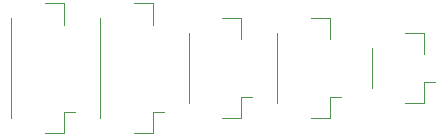
<source format=gto>
G04 #@! TF.GenerationSoftware,KiCad,Pcbnew,(5.1.5)-3*
G04 #@! TF.CreationDate,2021-10-17T15:32:45-07:00*
G04 #@! TF.ProjectId,uav_gps_i2c_breakout,7561765f-6770-4735-9f69-32635f627265,rev?*
G04 #@! TF.SameCoordinates,Original*
G04 #@! TF.FileFunction,Legend,Top*
G04 #@! TF.FilePolarity,Positive*
%FSLAX46Y46*%
G04 Gerber Fmt 4.6, Leading zero omitted, Abs format (unit mm)*
G04 Created by KiCad (PCBNEW (5.1.5)-3) date 2021-10-17 15:32:45*
%MOMM*%
%LPD*%
G04 APERTURE LIST*
%ADD10C,0.120000*%
%ADD11C,0.100000*%
G04 APERTURE END LIST*
D10*
X184390000Y-79215000D02*
X184390000Y-70785000D01*
X188860000Y-69515000D02*
X188860000Y-71315000D01*
X187260000Y-69515000D02*
X188860000Y-69515000D01*
X188860000Y-78685000D02*
X189800000Y-78685000D01*
X188860000Y-80485000D02*
X188860000Y-78685000D01*
X187260000Y-80485000D02*
X188860000Y-80485000D01*
X176890000Y-79215000D02*
X176890000Y-70785000D01*
X181360000Y-69515000D02*
X181360000Y-71315000D01*
X179760000Y-69515000D02*
X181360000Y-69515000D01*
X181360000Y-78685000D02*
X182300000Y-78685000D01*
X181360000Y-80485000D02*
X181360000Y-78685000D01*
X179760000Y-80485000D02*
X181360000Y-80485000D01*
X199390000Y-77965000D02*
X199390000Y-72035000D01*
X203860000Y-70765000D02*
X203860000Y-72565000D01*
X202260000Y-70765000D02*
X203860000Y-70765000D01*
X203860000Y-77435000D02*
X204800000Y-77435000D01*
X203860000Y-79235000D02*
X203860000Y-77435000D01*
X202260000Y-79235000D02*
X203860000Y-79235000D01*
X191890000Y-77965000D02*
X191890000Y-72035000D01*
X196360000Y-70765000D02*
X196360000Y-72565000D01*
X194760000Y-70765000D02*
X196360000Y-70765000D01*
X196360000Y-77435000D02*
X197300000Y-77435000D01*
X196360000Y-79235000D02*
X196360000Y-77435000D01*
X194760000Y-79235000D02*
X196360000Y-79235000D01*
X207390000Y-76715000D02*
X207390000Y-73285000D01*
X211860000Y-72015000D02*
X211860000Y-73815000D01*
X210260000Y-72015000D02*
X211860000Y-72015000D01*
X211860000Y-76185000D02*
X212800000Y-76185000D01*
X211860000Y-77985000D02*
X211860000Y-76185000D01*
X210260000Y-77985000D02*
X211860000Y-77985000D01*
%LPC*%
D11*
G36*
X186802504Y-69475327D02*
G01*
X186829247Y-69479294D01*
X186855473Y-69485863D01*
X186880929Y-69494971D01*
X186905370Y-69506531D01*
X186928560Y-69520430D01*
X186950275Y-69536536D01*
X186970308Y-69554692D01*
X186988464Y-69574725D01*
X187004570Y-69596440D01*
X187018469Y-69619630D01*
X187030029Y-69644071D01*
X187039137Y-69669527D01*
X187045706Y-69695753D01*
X187049673Y-69722496D01*
X187051000Y-69749500D01*
X187051000Y-70300500D01*
X187049673Y-70327504D01*
X187045706Y-70354247D01*
X187039137Y-70380473D01*
X187030029Y-70405929D01*
X187018469Y-70430370D01*
X187004570Y-70453560D01*
X186988464Y-70475275D01*
X186970308Y-70495308D01*
X186950275Y-70513464D01*
X186928560Y-70529570D01*
X186905370Y-70543469D01*
X186880929Y-70555029D01*
X186855473Y-70564137D01*
X186829247Y-70570706D01*
X186802504Y-70574673D01*
X186775500Y-70576000D01*
X184424500Y-70576000D01*
X184397496Y-70574673D01*
X184370753Y-70570706D01*
X184344527Y-70564137D01*
X184319071Y-70555029D01*
X184294630Y-70543469D01*
X184271440Y-70529570D01*
X184249725Y-70513464D01*
X184229692Y-70495308D01*
X184211536Y-70475275D01*
X184195430Y-70453560D01*
X184181531Y-70430370D01*
X184169971Y-70405929D01*
X184160863Y-70380473D01*
X184154294Y-70354247D01*
X184150327Y-70327504D01*
X184149000Y-70300500D01*
X184149000Y-69749500D01*
X184150327Y-69722496D01*
X184154294Y-69695753D01*
X184160863Y-69669527D01*
X184169971Y-69644071D01*
X184181531Y-69619630D01*
X184195430Y-69596440D01*
X184211536Y-69574725D01*
X184229692Y-69554692D01*
X184249725Y-69536536D01*
X184271440Y-69520430D01*
X184294630Y-69506531D01*
X184319071Y-69494971D01*
X184344527Y-69485863D01*
X184370753Y-69479294D01*
X184397496Y-69475327D01*
X184424500Y-69474000D01*
X186775500Y-69474000D01*
X186802504Y-69475327D01*
G37*
G36*
X186802504Y-79425327D02*
G01*
X186829247Y-79429294D01*
X186855473Y-79435863D01*
X186880929Y-79444971D01*
X186905370Y-79456531D01*
X186928560Y-79470430D01*
X186950275Y-79486536D01*
X186970308Y-79504692D01*
X186988464Y-79524725D01*
X187004570Y-79546440D01*
X187018469Y-79569630D01*
X187030029Y-79594071D01*
X187039137Y-79619527D01*
X187045706Y-79645753D01*
X187049673Y-79672496D01*
X187051000Y-79699500D01*
X187051000Y-80250500D01*
X187049673Y-80277504D01*
X187045706Y-80304247D01*
X187039137Y-80330473D01*
X187030029Y-80355929D01*
X187018469Y-80380370D01*
X187004570Y-80403560D01*
X186988464Y-80425275D01*
X186970308Y-80445308D01*
X186950275Y-80463464D01*
X186928560Y-80479570D01*
X186905370Y-80493469D01*
X186880929Y-80505029D01*
X186855473Y-80514137D01*
X186829247Y-80520706D01*
X186802504Y-80524673D01*
X186775500Y-80526000D01*
X184424500Y-80526000D01*
X184397496Y-80524673D01*
X184370753Y-80520706D01*
X184344527Y-80514137D01*
X184319071Y-80505029D01*
X184294630Y-80493469D01*
X184271440Y-80479570D01*
X184249725Y-80463464D01*
X184229692Y-80445308D01*
X184211536Y-80425275D01*
X184195430Y-80403560D01*
X184181531Y-80380370D01*
X184169971Y-80355929D01*
X184160863Y-80330473D01*
X184154294Y-80304247D01*
X184150327Y-80277504D01*
X184149000Y-80250500D01*
X184149000Y-79699500D01*
X184150327Y-79672496D01*
X184154294Y-79645753D01*
X184160863Y-79619527D01*
X184169971Y-79594071D01*
X184181531Y-79569630D01*
X184195430Y-79546440D01*
X184211536Y-79524725D01*
X184229692Y-79504692D01*
X184249725Y-79486536D01*
X184271440Y-79470430D01*
X184294630Y-79456531D01*
X184319071Y-79444971D01*
X184344527Y-79435863D01*
X184370753Y-79429294D01*
X184397496Y-79425327D01*
X184424500Y-79424000D01*
X186775500Y-79424000D01*
X186802504Y-79425327D01*
G37*
G36*
X189692702Y-71524845D02*
G01*
X189709738Y-71527372D01*
X189726445Y-71531557D01*
X189742661Y-71537359D01*
X189758230Y-71544723D01*
X189773003Y-71553577D01*
X189786836Y-71563837D01*
X189799597Y-71575403D01*
X189811163Y-71588164D01*
X189821423Y-71601997D01*
X189830277Y-71616770D01*
X189837641Y-71632339D01*
X189843443Y-71648555D01*
X189847628Y-71665262D01*
X189850155Y-71682298D01*
X189851000Y-71699500D01*
X189851000Y-72050500D01*
X189850155Y-72067702D01*
X189847628Y-72084738D01*
X189843443Y-72101445D01*
X189837641Y-72117661D01*
X189830277Y-72133230D01*
X189821423Y-72148003D01*
X189811163Y-72161836D01*
X189799597Y-72174597D01*
X189786836Y-72186163D01*
X189773003Y-72196423D01*
X189758230Y-72205277D01*
X189742661Y-72212641D01*
X189726445Y-72218443D01*
X189709738Y-72222628D01*
X189692702Y-72225155D01*
X189675500Y-72226000D01*
X188224500Y-72226000D01*
X188207298Y-72225155D01*
X188190262Y-72222628D01*
X188173555Y-72218443D01*
X188157339Y-72212641D01*
X188141770Y-72205277D01*
X188126997Y-72196423D01*
X188113164Y-72186163D01*
X188100403Y-72174597D01*
X188088837Y-72161836D01*
X188078577Y-72148003D01*
X188069723Y-72133230D01*
X188062359Y-72117661D01*
X188056557Y-72101445D01*
X188052372Y-72084738D01*
X188049845Y-72067702D01*
X188049000Y-72050500D01*
X188049000Y-71699500D01*
X188049845Y-71682298D01*
X188052372Y-71665262D01*
X188056557Y-71648555D01*
X188062359Y-71632339D01*
X188069723Y-71616770D01*
X188078577Y-71601997D01*
X188088837Y-71588164D01*
X188100403Y-71575403D01*
X188113164Y-71563837D01*
X188126997Y-71553577D01*
X188141770Y-71544723D01*
X188157339Y-71537359D01*
X188173555Y-71531557D01*
X188190262Y-71527372D01*
X188207298Y-71524845D01*
X188224500Y-71524000D01*
X189675500Y-71524000D01*
X189692702Y-71524845D01*
G37*
G36*
X189692702Y-72774845D02*
G01*
X189709738Y-72777372D01*
X189726445Y-72781557D01*
X189742661Y-72787359D01*
X189758230Y-72794723D01*
X189773003Y-72803577D01*
X189786836Y-72813837D01*
X189799597Y-72825403D01*
X189811163Y-72838164D01*
X189821423Y-72851997D01*
X189830277Y-72866770D01*
X189837641Y-72882339D01*
X189843443Y-72898555D01*
X189847628Y-72915262D01*
X189850155Y-72932298D01*
X189851000Y-72949500D01*
X189851000Y-73300500D01*
X189850155Y-73317702D01*
X189847628Y-73334738D01*
X189843443Y-73351445D01*
X189837641Y-73367661D01*
X189830277Y-73383230D01*
X189821423Y-73398003D01*
X189811163Y-73411836D01*
X189799597Y-73424597D01*
X189786836Y-73436163D01*
X189773003Y-73446423D01*
X189758230Y-73455277D01*
X189742661Y-73462641D01*
X189726445Y-73468443D01*
X189709738Y-73472628D01*
X189692702Y-73475155D01*
X189675500Y-73476000D01*
X188224500Y-73476000D01*
X188207298Y-73475155D01*
X188190262Y-73472628D01*
X188173555Y-73468443D01*
X188157339Y-73462641D01*
X188141770Y-73455277D01*
X188126997Y-73446423D01*
X188113164Y-73436163D01*
X188100403Y-73424597D01*
X188088837Y-73411836D01*
X188078577Y-73398003D01*
X188069723Y-73383230D01*
X188062359Y-73367661D01*
X188056557Y-73351445D01*
X188052372Y-73334738D01*
X188049845Y-73317702D01*
X188049000Y-73300500D01*
X188049000Y-72949500D01*
X188049845Y-72932298D01*
X188052372Y-72915262D01*
X188056557Y-72898555D01*
X188062359Y-72882339D01*
X188069723Y-72866770D01*
X188078577Y-72851997D01*
X188088837Y-72838164D01*
X188100403Y-72825403D01*
X188113164Y-72813837D01*
X188126997Y-72803577D01*
X188141770Y-72794723D01*
X188157339Y-72787359D01*
X188173555Y-72781557D01*
X188190262Y-72777372D01*
X188207298Y-72774845D01*
X188224500Y-72774000D01*
X189675500Y-72774000D01*
X189692702Y-72774845D01*
G37*
G36*
X189692702Y-74024845D02*
G01*
X189709738Y-74027372D01*
X189726445Y-74031557D01*
X189742661Y-74037359D01*
X189758230Y-74044723D01*
X189773003Y-74053577D01*
X189786836Y-74063837D01*
X189799597Y-74075403D01*
X189811163Y-74088164D01*
X189821423Y-74101997D01*
X189830277Y-74116770D01*
X189837641Y-74132339D01*
X189843443Y-74148555D01*
X189847628Y-74165262D01*
X189850155Y-74182298D01*
X189851000Y-74199500D01*
X189851000Y-74550500D01*
X189850155Y-74567702D01*
X189847628Y-74584738D01*
X189843443Y-74601445D01*
X189837641Y-74617661D01*
X189830277Y-74633230D01*
X189821423Y-74648003D01*
X189811163Y-74661836D01*
X189799597Y-74674597D01*
X189786836Y-74686163D01*
X189773003Y-74696423D01*
X189758230Y-74705277D01*
X189742661Y-74712641D01*
X189726445Y-74718443D01*
X189709738Y-74722628D01*
X189692702Y-74725155D01*
X189675500Y-74726000D01*
X188224500Y-74726000D01*
X188207298Y-74725155D01*
X188190262Y-74722628D01*
X188173555Y-74718443D01*
X188157339Y-74712641D01*
X188141770Y-74705277D01*
X188126997Y-74696423D01*
X188113164Y-74686163D01*
X188100403Y-74674597D01*
X188088837Y-74661836D01*
X188078577Y-74648003D01*
X188069723Y-74633230D01*
X188062359Y-74617661D01*
X188056557Y-74601445D01*
X188052372Y-74584738D01*
X188049845Y-74567702D01*
X188049000Y-74550500D01*
X188049000Y-74199500D01*
X188049845Y-74182298D01*
X188052372Y-74165262D01*
X188056557Y-74148555D01*
X188062359Y-74132339D01*
X188069723Y-74116770D01*
X188078577Y-74101997D01*
X188088837Y-74088164D01*
X188100403Y-74075403D01*
X188113164Y-74063837D01*
X188126997Y-74053577D01*
X188141770Y-74044723D01*
X188157339Y-74037359D01*
X188173555Y-74031557D01*
X188190262Y-74027372D01*
X188207298Y-74024845D01*
X188224500Y-74024000D01*
X189675500Y-74024000D01*
X189692702Y-74024845D01*
G37*
G36*
X189692702Y-75274845D02*
G01*
X189709738Y-75277372D01*
X189726445Y-75281557D01*
X189742661Y-75287359D01*
X189758230Y-75294723D01*
X189773003Y-75303577D01*
X189786836Y-75313837D01*
X189799597Y-75325403D01*
X189811163Y-75338164D01*
X189821423Y-75351997D01*
X189830277Y-75366770D01*
X189837641Y-75382339D01*
X189843443Y-75398555D01*
X189847628Y-75415262D01*
X189850155Y-75432298D01*
X189851000Y-75449500D01*
X189851000Y-75800500D01*
X189850155Y-75817702D01*
X189847628Y-75834738D01*
X189843443Y-75851445D01*
X189837641Y-75867661D01*
X189830277Y-75883230D01*
X189821423Y-75898003D01*
X189811163Y-75911836D01*
X189799597Y-75924597D01*
X189786836Y-75936163D01*
X189773003Y-75946423D01*
X189758230Y-75955277D01*
X189742661Y-75962641D01*
X189726445Y-75968443D01*
X189709738Y-75972628D01*
X189692702Y-75975155D01*
X189675500Y-75976000D01*
X188224500Y-75976000D01*
X188207298Y-75975155D01*
X188190262Y-75972628D01*
X188173555Y-75968443D01*
X188157339Y-75962641D01*
X188141770Y-75955277D01*
X188126997Y-75946423D01*
X188113164Y-75936163D01*
X188100403Y-75924597D01*
X188088837Y-75911836D01*
X188078577Y-75898003D01*
X188069723Y-75883230D01*
X188062359Y-75867661D01*
X188056557Y-75851445D01*
X188052372Y-75834738D01*
X188049845Y-75817702D01*
X188049000Y-75800500D01*
X188049000Y-75449500D01*
X188049845Y-75432298D01*
X188052372Y-75415262D01*
X188056557Y-75398555D01*
X188062359Y-75382339D01*
X188069723Y-75366770D01*
X188078577Y-75351997D01*
X188088837Y-75338164D01*
X188100403Y-75325403D01*
X188113164Y-75313837D01*
X188126997Y-75303577D01*
X188141770Y-75294723D01*
X188157339Y-75287359D01*
X188173555Y-75281557D01*
X188190262Y-75277372D01*
X188207298Y-75274845D01*
X188224500Y-75274000D01*
X189675500Y-75274000D01*
X189692702Y-75274845D01*
G37*
G36*
X189692702Y-76524845D02*
G01*
X189709738Y-76527372D01*
X189726445Y-76531557D01*
X189742661Y-76537359D01*
X189758230Y-76544723D01*
X189773003Y-76553577D01*
X189786836Y-76563837D01*
X189799597Y-76575403D01*
X189811163Y-76588164D01*
X189821423Y-76601997D01*
X189830277Y-76616770D01*
X189837641Y-76632339D01*
X189843443Y-76648555D01*
X189847628Y-76665262D01*
X189850155Y-76682298D01*
X189851000Y-76699500D01*
X189851000Y-77050500D01*
X189850155Y-77067702D01*
X189847628Y-77084738D01*
X189843443Y-77101445D01*
X189837641Y-77117661D01*
X189830277Y-77133230D01*
X189821423Y-77148003D01*
X189811163Y-77161836D01*
X189799597Y-77174597D01*
X189786836Y-77186163D01*
X189773003Y-77196423D01*
X189758230Y-77205277D01*
X189742661Y-77212641D01*
X189726445Y-77218443D01*
X189709738Y-77222628D01*
X189692702Y-77225155D01*
X189675500Y-77226000D01*
X188224500Y-77226000D01*
X188207298Y-77225155D01*
X188190262Y-77222628D01*
X188173555Y-77218443D01*
X188157339Y-77212641D01*
X188141770Y-77205277D01*
X188126997Y-77196423D01*
X188113164Y-77186163D01*
X188100403Y-77174597D01*
X188088837Y-77161836D01*
X188078577Y-77148003D01*
X188069723Y-77133230D01*
X188062359Y-77117661D01*
X188056557Y-77101445D01*
X188052372Y-77084738D01*
X188049845Y-77067702D01*
X188049000Y-77050500D01*
X188049000Y-76699500D01*
X188049845Y-76682298D01*
X188052372Y-76665262D01*
X188056557Y-76648555D01*
X188062359Y-76632339D01*
X188069723Y-76616770D01*
X188078577Y-76601997D01*
X188088837Y-76588164D01*
X188100403Y-76575403D01*
X188113164Y-76563837D01*
X188126997Y-76553577D01*
X188141770Y-76544723D01*
X188157339Y-76537359D01*
X188173555Y-76531557D01*
X188190262Y-76527372D01*
X188207298Y-76524845D01*
X188224500Y-76524000D01*
X189675500Y-76524000D01*
X189692702Y-76524845D01*
G37*
G36*
X189692702Y-77774845D02*
G01*
X189709738Y-77777372D01*
X189726445Y-77781557D01*
X189742661Y-77787359D01*
X189758230Y-77794723D01*
X189773003Y-77803577D01*
X189786836Y-77813837D01*
X189799597Y-77825403D01*
X189811163Y-77838164D01*
X189821423Y-77851997D01*
X189830277Y-77866770D01*
X189837641Y-77882339D01*
X189843443Y-77898555D01*
X189847628Y-77915262D01*
X189850155Y-77932298D01*
X189851000Y-77949500D01*
X189851000Y-78300500D01*
X189850155Y-78317702D01*
X189847628Y-78334738D01*
X189843443Y-78351445D01*
X189837641Y-78367661D01*
X189830277Y-78383230D01*
X189821423Y-78398003D01*
X189811163Y-78411836D01*
X189799597Y-78424597D01*
X189786836Y-78436163D01*
X189773003Y-78446423D01*
X189758230Y-78455277D01*
X189742661Y-78462641D01*
X189726445Y-78468443D01*
X189709738Y-78472628D01*
X189692702Y-78475155D01*
X189675500Y-78476000D01*
X188224500Y-78476000D01*
X188207298Y-78475155D01*
X188190262Y-78472628D01*
X188173555Y-78468443D01*
X188157339Y-78462641D01*
X188141770Y-78455277D01*
X188126997Y-78446423D01*
X188113164Y-78436163D01*
X188100403Y-78424597D01*
X188088837Y-78411836D01*
X188078577Y-78398003D01*
X188069723Y-78383230D01*
X188062359Y-78367661D01*
X188056557Y-78351445D01*
X188052372Y-78334738D01*
X188049845Y-78317702D01*
X188049000Y-78300500D01*
X188049000Y-77949500D01*
X188049845Y-77932298D01*
X188052372Y-77915262D01*
X188056557Y-77898555D01*
X188062359Y-77882339D01*
X188069723Y-77866770D01*
X188078577Y-77851997D01*
X188088837Y-77838164D01*
X188100403Y-77825403D01*
X188113164Y-77813837D01*
X188126997Y-77803577D01*
X188141770Y-77794723D01*
X188157339Y-77787359D01*
X188173555Y-77781557D01*
X188190262Y-77777372D01*
X188207298Y-77774845D01*
X188224500Y-77774000D01*
X189675500Y-77774000D01*
X189692702Y-77774845D01*
G37*
G36*
X179302504Y-69475327D02*
G01*
X179329247Y-69479294D01*
X179355473Y-69485863D01*
X179380929Y-69494971D01*
X179405370Y-69506531D01*
X179428560Y-69520430D01*
X179450275Y-69536536D01*
X179470308Y-69554692D01*
X179488464Y-69574725D01*
X179504570Y-69596440D01*
X179518469Y-69619630D01*
X179530029Y-69644071D01*
X179539137Y-69669527D01*
X179545706Y-69695753D01*
X179549673Y-69722496D01*
X179551000Y-69749500D01*
X179551000Y-70300500D01*
X179549673Y-70327504D01*
X179545706Y-70354247D01*
X179539137Y-70380473D01*
X179530029Y-70405929D01*
X179518469Y-70430370D01*
X179504570Y-70453560D01*
X179488464Y-70475275D01*
X179470308Y-70495308D01*
X179450275Y-70513464D01*
X179428560Y-70529570D01*
X179405370Y-70543469D01*
X179380929Y-70555029D01*
X179355473Y-70564137D01*
X179329247Y-70570706D01*
X179302504Y-70574673D01*
X179275500Y-70576000D01*
X176924500Y-70576000D01*
X176897496Y-70574673D01*
X176870753Y-70570706D01*
X176844527Y-70564137D01*
X176819071Y-70555029D01*
X176794630Y-70543469D01*
X176771440Y-70529570D01*
X176749725Y-70513464D01*
X176729692Y-70495308D01*
X176711536Y-70475275D01*
X176695430Y-70453560D01*
X176681531Y-70430370D01*
X176669971Y-70405929D01*
X176660863Y-70380473D01*
X176654294Y-70354247D01*
X176650327Y-70327504D01*
X176649000Y-70300500D01*
X176649000Y-69749500D01*
X176650327Y-69722496D01*
X176654294Y-69695753D01*
X176660863Y-69669527D01*
X176669971Y-69644071D01*
X176681531Y-69619630D01*
X176695430Y-69596440D01*
X176711536Y-69574725D01*
X176729692Y-69554692D01*
X176749725Y-69536536D01*
X176771440Y-69520430D01*
X176794630Y-69506531D01*
X176819071Y-69494971D01*
X176844527Y-69485863D01*
X176870753Y-69479294D01*
X176897496Y-69475327D01*
X176924500Y-69474000D01*
X179275500Y-69474000D01*
X179302504Y-69475327D01*
G37*
G36*
X179302504Y-79425327D02*
G01*
X179329247Y-79429294D01*
X179355473Y-79435863D01*
X179380929Y-79444971D01*
X179405370Y-79456531D01*
X179428560Y-79470430D01*
X179450275Y-79486536D01*
X179470308Y-79504692D01*
X179488464Y-79524725D01*
X179504570Y-79546440D01*
X179518469Y-79569630D01*
X179530029Y-79594071D01*
X179539137Y-79619527D01*
X179545706Y-79645753D01*
X179549673Y-79672496D01*
X179551000Y-79699500D01*
X179551000Y-80250500D01*
X179549673Y-80277504D01*
X179545706Y-80304247D01*
X179539137Y-80330473D01*
X179530029Y-80355929D01*
X179518469Y-80380370D01*
X179504570Y-80403560D01*
X179488464Y-80425275D01*
X179470308Y-80445308D01*
X179450275Y-80463464D01*
X179428560Y-80479570D01*
X179405370Y-80493469D01*
X179380929Y-80505029D01*
X179355473Y-80514137D01*
X179329247Y-80520706D01*
X179302504Y-80524673D01*
X179275500Y-80526000D01*
X176924500Y-80526000D01*
X176897496Y-80524673D01*
X176870753Y-80520706D01*
X176844527Y-80514137D01*
X176819071Y-80505029D01*
X176794630Y-80493469D01*
X176771440Y-80479570D01*
X176749725Y-80463464D01*
X176729692Y-80445308D01*
X176711536Y-80425275D01*
X176695430Y-80403560D01*
X176681531Y-80380370D01*
X176669971Y-80355929D01*
X176660863Y-80330473D01*
X176654294Y-80304247D01*
X176650327Y-80277504D01*
X176649000Y-80250500D01*
X176649000Y-79699500D01*
X176650327Y-79672496D01*
X176654294Y-79645753D01*
X176660863Y-79619527D01*
X176669971Y-79594071D01*
X176681531Y-79569630D01*
X176695430Y-79546440D01*
X176711536Y-79524725D01*
X176729692Y-79504692D01*
X176749725Y-79486536D01*
X176771440Y-79470430D01*
X176794630Y-79456531D01*
X176819071Y-79444971D01*
X176844527Y-79435863D01*
X176870753Y-79429294D01*
X176897496Y-79425327D01*
X176924500Y-79424000D01*
X179275500Y-79424000D01*
X179302504Y-79425327D01*
G37*
G36*
X182192702Y-71524845D02*
G01*
X182209738Y-71527372D01*
X182226445Y-71531557D01*
X182242661Y-71537359D01*
X182258230Y-71544723D01*
X182273003Y-71553577D01*
X182286836Y-71563837D01*
X182299597Y-71575403D01*
X182311163Y-71588164D01*
X182321423Y-71601997D01*
X182330277Y-71616770D01*
X182337641Y-71632339D01*
X182343443Y-71648555D01*
X182347628Y-71665262D01*
X182350155Y-71682298D01*
X182351000Y-71699500D01*
X182351000Y-72050500D01*
X182350155Y-72067702D01*
X182347628Y-72084738D01*
X182343443Y-72101445D01*
X182337641Y-72117661D01*
X182330277Y-72133230D01*
X182321423Y-72148003D01*
X182311163Y-72161836D01*
X182299597Y-72174597D01*
X182286836Y-72186163D01*
X182273003Y-72196423D01*
X182258230Y-72205277D01*
X182242661Y-72212641D01*
X182226445Y-72218443D01*
X182209738Y-72222628D01*
X182192702Y-72225155D01*
X182175500Y-72226000D01*
X180724500Y-72226000D01*
X180707298Y-72225155D01*
X180690262Y-72222628D01*
X180673555Y-72218443D01*
X180657339Y-72212641D01*
X180641770Y-72205277D01*
X180626997Y-72196423D01*
X180613164Y-72186163D01*
X180600403Y-72174597D01*
X180588837Y-72161836D01*
X180578577Y-72148003D01*
X180569723Y-72133230D01*
X180562359Y-72117661D01*
X180556557Y-72101445D01*
X180552372Y-72084738D01*
X180549845Y-72067702D01*
X180549000Y-72050500D01*
X180549000Y-71699500D01*
X180549845Y-71682298D01*
X180552372Y-71665262D01*
X180556557Y-71648555D01*
X180562359Y-71632339D01*
X180569723Y-71616770D01*
X180578577Y-71601997D01*
X180588837Y-71588164D01*
X180600403Y-71575403D01*
X180613164Y-71563837D01*
X180626997Y-71553577D01*
X180641770Y-71544723D01*
X180657339Y-71537359D01*
X180673555Y-71531557D01*
X180690262Y-71527372D01*
X180707298Y-71524845D01*
X180724500Y-71524000D01*
X182175500Y-71524000D01*
X182192702Y-71524845D01*
G37*
G36*
X182192702Y-72774845D02*
G01*
X182209738Y-72777372D01*
X182226445Y-72781557D01*
X182242661Y-72787359D01*
X182258230Y-72794723D01*
X182273003Y-72803577D01*
X182286836Y-72813837D01*
X182299597Y-72825403D01*
X182311163Y-72838164D01*
X182321423Y-72851997D01*
X182330277Y-72866770D01*
X182337641Y-72882339D01*
X182343443Y-72898555D01*
X182347628Y-72915262D01*
X182350155Y-72932298D01*
X182351000Y-72949500D01*
X182351000Y-73300500D01*
X182350155Y-73317702D01*
X182347628Y-73334738D01*
X182343443Y-73351445D01*
X182337641Y-73367661D01*
X182330277Y-73383230D01*
X182321423Y-73398003D01*
X182311163Y-73411836D01*
X182299597Y-73424597D01*
X182286836Y-73436163D01*
X182273003Y-73446423D01*
X182258230Y-73455277D01*
X182242661Y-73462641D01*
X182226445Y-73468443D01*
X182209738Y-73472628D01*
X182192702Y-73475155D01*
X182175500Y-73476000D01*
X180724500Y-73476000D01*
X180707298Y-73475155D01*
X180690262Y-73472628D01*
X180673555Y-73468443D01*
X180657339Y-73462641D01*
X180641770Y-73455277D01*
X180626997Y-73446423D01*
X180613164Y-73436163D01*
X180600403Y-73424597D01*
X180588837Y-73411836D01*
X180578577Y-73398003D01*
X180569723Y-73383230D01*
X180562359Y-73367661D01*
X180556557Y-73351445D01*
X180552372Y-73334738D01*
X180549845Y-73317702D01*
X180549000Y-73300500D01*
X180549000Y-72949500D01*
X180549845Y-72932298D01*
X180552372Y-72915262D01*
X180556557Y-72898555D01*
X180562359Y-72882339D01*
X180569723Y-72866770D01*
X180578577Y-72851997D01*
X180588837Y-72838164D01*
X180600403Y-72825403D01*
X180613164Y-72813837D01*
X180626997Y-72803577D01*
X180641770Y-72794723D01*
X180657339Y-72787359D01*
X180673555Y-72781557D01*
X180690262Y-72777372D01*
X180707298Y-72774845D01*
X180724500Y-72774000D01*
X182175500Y-72774000D01*
X182192702Y-72774845D01*
G37*
G36*
X182192702Y-74024845D02*
G01*
X182209738Y-74027372D01*
X182226445Y-74031557D01*
X182242661Y-74037359D01*
X182258230Y-74044723D01*
X182273003Y-74053577D01*
X182286836Y-74063837D01*
X182299597Y-74075403D01*
X182311163Y-74088164D01*
X182321423Y-74101997D01*
X182330277Y-74116770D01*
X182337641Y-74132339D01*
X182343443Y-74148555D01*
X182347628Y-74165262D01*
X182350155Y-74182298D01*
X182351000Y-74199500D01*
X182351000Y-74550500D01*
X182350155Y-74567702D01*
X182347628Y-74584738D01*
X182343443Y-74601445D01*
X182337641Y-74617661D01*
X182330277Y-74633230D01*
X182321423Y-74648003D01*
X182311163Y-74661836D01*
X182299597Y-74674597D01*
X182286836Y-74686163D01*
X182273003Y-74696423D01*
X182258230Y-74705277D01*
X182242661Y-74712641D01*
X182226445Y-74718443D01*
X182209738Y-74722628D01*
X182192702Y-74725155D01*
X182175500Y-74726000D01*
X180724500Y-74726000D01*
X180707298Y-74725155D01*
X180690262Y-74722628D01*
X180673555Y-74718443D01*
X180657339Y-74712641D01*
X180641770Y-74705277D01*
X180626997Y-74696423D01*
X180613164Y-74686163D01*
X180600403Y-74674597D01*
X180588837Y-74661836D01*
X180578577Y-74648003D01*
X180569723Y-74633230D01*
X180562359Y-74617661D01*
X180556557Y-74601445D01*
X180552372Y-74584738D01*
X180549845Y-74567702D01*
X180549000Y-74550500D01*
X180549000Y-74199500D01*
X180549845Y-74182298D01*
X180552372Y-74165262D01*
X180556557Y-74148555D01*
X180562359Y-74132339D01*
X180569723Y-74116770D01*
X180578577Y-74101997D01*
X180588837Y-74088164D01*
X180600403Y-74075403D01*
X180613164Y-74063837D01*
X180626997Y-74053577D01*
X180641770Y-74044723D01*
X180657339Y-74037359D01*
X180673555Y-74031557D01*
X180690262Y-74027372D01*
X180707298Y-74024845D01*
X180724500Y-74024000D01*
X182175500Y-74024000D01*
X182192702Y-74024845D01*
G37*
G36*
X182192702Y-75274845D02*
G01*
X182209738Y-75277372D01*
X182226445Y-75281557D01*
X182242661Y-75287359D01*
X182258230Y-75294723D01*
X182273003Y-75303577D01*
X182286836Y-75313837D01*
X182299597Y-75325403D01*
X182311163Y-75338164D01*
X182321423Y-75351997D01*
X182330277Y-75366770D01*
X182337641Y-75382339D01*
X182343443Y-75398555D01*
X182347628Y-75415262D01*
X182350155Y-75432298D01*
X182351000Y-75449500D01*
X182351000Y-75800500D01*
X182350155Y-75817702D01*
X182347628Y-75834738D01*
X182343443Y-75851445D01*
X182337641Y-75867661D01*
X182330277Y-75883230D01*
X182321423Y-75898003D01*
X182311163Y-75911836D01*
X182299597Y-75924597D01*
X182286836Y-75936163D01*
X182273003Y-75946423D01*
X182258230Y-75955277D01*
X182242661Y-75962641D01*
X182226445Y-75968443D01*
X182209738Y-75972628D01*
X182192702Y-75975155D01*
X182175500Y-75976000D01*
X180724500Y-75976000D01*
X180707298Y-75975155D01*
X180690262Y-75972628D01*
X180673555Y-75968443D01*
X180657339Y-75962641D01*
X180641770Y-75955277D01*
X180626997Y-75946423D01*
X180613164Y-75936163D01*
X180600403Y-75924597D01*
X180588837Y-75911836D01*
X180578577Y-75898003D01*
X180569723Y-75883230D01*
X180562359Y-75867661D01*
X180556557Y-75851445D01*
X180552372Y-75834738D01*
X180549845Y-75817702D01*
X180549000Y-75800500D01*
X180549000Y-75449500D01*
X180549845Y-75432298D01*
X180552372Y-75415262D01*
X180556557Y-75398555D01*
X180562359Y-75382339D01*
X180569723Y-75366770D01*
X180578577Y-75351997D01*
X180588837Y-75338164D01*
X180600403Y-75325403D01*
X180613164Y-75313837D01*
X180626997Y-75303577D01*
X180641770Y-75294723D01*
X180657339Y-75287359D01*
X180673555Y-75281557D01*
X180690262Y-75277372D01*
X180707298Y-75274845D01*
X180724500Y-75274000D01*
X182175500Y-75274000D01*
X182192702Y-75274845D01*
G37*
G36*
X182192702Y-76524845D02*
G01*
X182209738Y-76527372D01*
X182226445Y-76531557D01*
X182242661Y-76537359D01*
X182258230Y-76544723D01*
X182273003Y-76553577D01*
X182286836Y-76563837D01*
X182299597Y-76575403D01*
X182311163Y-76588164D01*
X182321423Y-76601997D01*
X182330277Y-76616770D01*
X182337641Y-76632339D01*
X182343443Y-76648555D01*
X182347628Y-76665262D01*
X182350155Y-76682298D01*
X182351000Y-76699500D01*
X182351000Y-77050500D01*
X182350155Y-77067702D01*
X182347628Y-77084738D01*
X182343443Y-77101445D01*
X182337641Y-77117661D01*
X182330277Y-77133230D01*
X182321423Y-77148003D01*
X182311163Y-77161836D01*
X182299597Y-77174597D01*
X182286836Y-77186163D01*
X182273003Y-77196423D01*
X182258230Y-77205277D01*
X182242661Y-77212641D01*
X182226445Y-77218443D01*
X182209738Y-77222628D01*
X182192702Y-77225155D01*
X182175500Y-77226000D01*
X180724500Y-77226000D01*
X180707298Y-77225155D01*
X180690262Y-77222628D01*
X180673555Y-77218443D01*
X180657339Y-77212641D01*
X180641770Y-77205277D01*
X180626997Y-77196423D01*
X180613164Y-77186163D01*
X180600403Y-77174597D01*
X180588837Y-77161836D01*
X180578577Y-77148003D01*
X180569723Y-77133230D01*
X180562359Y-77117661D01*
X180556557Y-77101445D01*
X180552372Y-77084738D01*
X180549845Y-77067702D01*
X180549000Y-77050500D01*
X180549000Y-76699500D01*
X180549845Y-76682298D01*
X180552372Y-76665262D01*
X180556557Y-76648555D01*
X180562359Y-76632339D01*
X180569723Y-76616770D01*
X180578577Y-76601997D01*
X180588837Y-76588164D01*
X180600403Y-76575403D01*
X180613164Y-76563837D01*
X180626997Y-76553577D01*
X180641770Y-76544723D01*
X180657339Y-76537359D01*
X180673555Y-76531557D01*
X180690262Y-76527372D01*
X180707298Y-76524845D01*
X180724500Y-76524000D01*
X182175500Y-76524000D01*
X182192702Y-76524845D01*
G37*
G36*
X182192702Y-77774845D02*
G01*
X182209738Y-77777372D01*
X182226445Y-77781557D01*
X182242661Y-77787359D01*
X182258230Y-77794723D01*
X182273003Y-77803577D01*
X182286836Y-77813837D01*
X182299597Y-77825403D01*
X182311163Y-77838164D01*
X182321423Y-77851997D01*
X182330277Y-77866770D01*
X182337641Y-77882339D01*
X182343443Y-77898555D01*
X182347628Y-77915262D01*
X182350155Y-77932298D01*
X182351000Y-77949500D01*
X182351000Y-78300500D01*
X182350155Y-78317702D01*
X182347628Y-78334738D01*
X182343443Y-78351445D01*
X182337641Y-78367661D01*
X182330277Y-78383230D01*
X182321423Y-78398003D01*
X182311163Y-78411836D01*
X182299597Y-78424597D01*
X182286836Y-78436163D01*
X182273003Y-78446423D01*
X182258230Y-78455277D01*
X182242661Y-78462641D01*
X182226445Y-78468443D01*
X182209738Y-78472628D01*
X182192702Y-78475155D01*
X182175500Y-78476000D01*
X180724500Y-78476000D01*
X180707298Y-78475155D01*
X180690262Y-78472628D01*
X180673555Y-78468443D01*
X180657339Y-78462641D01*
X180641770Y-78455277D01*
X180626997Y-78446423D01*
X180613164Y-78436163D01*
X180600403Y-78424597D01*
X180588837Y-78411836D01*
X180578577Y-78398003D01*
X180569723Y-78383230D01*
X180562359Y-78367661D01*
X180556557Y-78351445D01*
X180552372Y-78334738D01*
X180549845Y-78317702D01*
X180549000Y-78300500D01*
X180549000Y-77949500D01*
X180549845Y-77932298D01*
X180552372Y-77915262D01*
X180556557Y-77898555D01*
X180562359Y-77882339D01*
X180569723Y-77866770D01*
X180578577Y-77851997D01*
X180588837Y-77838164D01*
X180600403Y-77825403D01*
X180613164Y-77813837D01*
X180626997Y-77803577D01*
X180641770Y-77794723D01*
X180657339Y-77787359D01*
X180673555Y-77781557D01*
X180690262Y-77777372D01*
X180707298Y-77774845D01*
X180724500Y-77774000D01*
X182175500Y-77774000D01*
X182192702Y-77774845D01*
G37*
G36*
X201802504Y-70725327D02*
G01*
X201829247Y-70729294D01*
X201855473Y-70735863D01*
X201880929Y-70744971D01*
X201905370Y-70756531D01*
X201928560Y-70770430D01*
X201950275Y-70786536D01*
X201970308Y-70804692D01*
X201988464Y-70824725D01*
X202004570Y-70846440D01*
X202018469Y-70869630D01*
X202030029Y-70894071D01*
X202039137Y-70919527D01*
X202045706Y-70945753D01*
X202049673Y-70972496D01*
X202051000Y-70999500D01*
X202051000Y-71550500D01*
X202049673Y-71577504D01*
X202045706Y-71604247D01*
X202039137Y-71630473D01*
X202030029Y-71655929D01*
X202018469Y-71680370D01*
X202004570Y-71703560D01*
X201988464Y-71725275D01*
X201970308Y-71745308D01*
X201950275Y-71763464D01*
X201928560Y-71779570D01*
X201905370Y-71793469D01*
X201880929Y-71805029D01*
X201855473Y-71814137D01*
X201829247Y-71820706D01*
X201802504Y-71824673D01*
X201775500Y-71826000D01*
X199424500Y-71826000D01*
X199397496Y-71824673D01*
X199370753Y-71820706D01*
X199344527Y-71814137D01*
X199319071Y-71805029D01*
X199294630Y-71793469D01*
X199271440Y-71779570D01*
X199249725Y-71763464D01*
X199229692Y-71745308D01*
X199211536Y-71725275D01*
X199195430Y-71703560D01*
X199181531Y-71680370D01*
X199169971Y-71655929D01*
X199160863Y-71630473D01*
X199154294Y-71604247D01*
X199150327Y-71577504D01*
X199149000Y-71550500D01*
X199149000Y-70999500D01*
X199150327Y-70972496D01*
X199154294Y-70945753D01*
X199160863Y-70919527D01*
X199169971Y-70894071D01*
X199181531Y-70869630D01*
X199195430Y-70846440D01*
X199211536Y-70824725D01*
X199229692Y-70804692D01*
X199249725Y-70786536D01*
X199271440Y-70770430D01*
X199294630Y-70756531D01*
X199319071Y-70744971D01*
X199344527Y-70735863D01*
X199370753Y-70729294D01*
X199397496Y-70725327D01*
X199424500Y-70724000D01*
X201775500Y-70724000D01*
X201802504Y-70725327D01*
G37*
G36*
X201802504Y-78175327D02*
G01*
X201829247Y-78179294D01*
X201855473Y-78185863D01*
X201880929Y-78194971D01*
X201905370Y-78206531D01*
X201928560Y-78220430D01*
X201950275Y-78236536D01*
X201970308Y-78254692D01*
X201988464Y-78274725D01*
X202004570Y-78296440D01*
X202018469Y-78319630D01*
X202030029Y-78344071D01*
X202039137Y-78369527D01*
X202045706Y-78395753D01*
X202049673Y-78422496D01*
X202051000Y-78449500D01*
X202051000Y-79000500D01*
X202049673Y-79027504D01*
X202045706Y-79054247D01*
X202039137Y-79080473D01*
X202030029Y-79105929D01*
X202018469Y-79130370D01*
X202004570Y-79153560D01*
X201988464Y-79175275D01*
X201970308Y-79195308D01*
X201950275Y-79213464D01*
X201928560Y-79229570D01*
X201905370Y-79243469D01*
X201880929Y-79255029D01*
X201855473Y-79264137D01*
X201829247Y-79270706D01*
X201802504Y-79274673D01*
X201775500Y-79276000D01*
X199424500Y-79276000D01*
X199397496Y-79274673D01*
X199370753Y-79270706D01*
X199344527Y-79264137D01*
X199319071Y-79255029D01*
X199294630Y-79243469D01*
X199271440Y-79229570D01*
X199249725Y-79213464D01*
X199229692Y-79195308D01*
X199211536Y-79175275D01*
X199195430Y-79153560D01*
X199181531Y-79130370D01*
X199169971Y-79105929D01*
X199160863Y-79080473D01*
X199154294Y-79054247D01*
X199150327Y-79027504D01*
X199149000Y-79000500D01*
X199149000Y-78449500D01*
X199150327Y-78422496D01*
X199154294Y-78395753D01*
X199160863Y-78369527D01*
X199169971Y-78344071D01*
X199181531Y-78319630D01*
X199195430Y-78296440D01*
X199211536Y-78274725D01*
X199229692Y-78254692D01*
X199249725Y-78236536D01*
X199271440Y-78220430D01*
X199294630Y-78206531D01*
X199319071Y-78194971D01*
X199344527Y-78185863D01*
X199370753Y-78179294D01*
X199397496Y-78175327D01*
X199424500Y-78174000D01*
X201775500Y-78174000D01*
X201802504Y-78175327D01*
G37*
G36*
X204692702Y-72774845D02*
G01*
X204709738Y-72777372D01*
X204726445Y-72781557D01*
X204742661Y-72787359D01*
X204758230Y-72794723D01*
X204773003Y-72803577D01*
X204786836Y-72813837D01*
X204799597Y-72825403D01*
X204811163Y-72838164D01*
X204821423Y-72851997D01*
X204830277Y-72866770D01*
X204837641Y-72882339D01*
X204843443Y-72898555D01*
X204847628Y-72915262D01*
X204850155Y-72932298D01*
X204851000Y-72949500D01*
X204851000Y-73300500D01*
X204850155Y-73317702D01*
X204847628Y-73334738D01*
X204843443Y-73351445D01*
X204837641Y-73367661D01*
X204830277Y-73383230D01*
X204821423Y-73398003D01*
X204811163Y-73411836D01*
X204799597Y-73424597D01*
X204786836Y-73436163D01*
X204773003Y-73446423D01*
X204758230Y-73455277D01*
X204742661Y-73462641D01*
X204726445Y-73468443D01*
X204709738Y-73472628D01*
X204692702Y-73475155D01*
X204675500Y-73476000D01*
X203224500Y-73476000D01*
X203207298Y-73475155D01*
X203190262Y-73472628D01*
X203173555Y-73468443D01*
X203157339Y-73462641D01*
X203141770Y-73455277D01*
X203126997Y-73446423D01*
X203113164Y-73436163D01*
X203100403Y-73424597D01*
X203088837Y-73411836D01*
X203078577Y-73398003D01*
X203069723Y-73383230D01*
X203062359Y-73367661D01*
X203056557Y-73351445D01*
X203052372Y-73334738D01*
X203049845Y-73317702D01*
X203049000Y-73300500D01*
X203049000Y-72949500D01*
X203049845Y-72932298D01*
X203052372Y-72915262D01*
X203056557Y-72898555D01*
X203062359Y-72882339D01*
X203069723Y-72866770D01*
X203078577Y-72851997D01*
X203088837Y-72838164D01*
X203100403Y-72825403D01*
X203113164Y-72813837D01*
X203126997Y-72803577D01*
X203141770Y-72794723D01*
X203157339Y-72787359D01*
X203173555Y-72781557D01*
X203190262Y-72777372D01*
X203207298Y-72774845D01*
X203224500Y-72774000D01*
X204675500Y-72774000D01*
X204692702Y-72774845D01*
G37*
G36*
X204692702Y-74024845D02*
G01*
X204709738Y-74027372D01*
X204726445Y-74031557D01*
X204742661Y-74037359D01*
X204758230Y-74044723D01*
X204773003Y-74053577D01*
X204786836Y-74063837D01*
X204799597Y-74075403D01*
X204811163Y-74088164D01*
X204821423Y-74101997D01*
X204830277Y-74116770D01*
X204837641Y-74132339D01*
X204843443Y-74148555D01*
X204847628Y-74165262D01*
X204850155Y-74182298D01*
X204851000Y-74199500D01*
X204851000Y-74550500D01*
X204850155Y-74567702D01*
X204847628Y-74584738D01*
X204843443Y-74601445D01*
X204837641Y-74617661D01*
X204830277Y-74633230D01*
X204821423Y-74648003D01*
X204811163Y-74661836D01*
X204799597Y-74674597D01*
X204786836Y-74686163D01*
X204773003Y-74696423D01*
X204758230Y-74705277D01*
X204742661Y-74712641D01*
X204726445Y-74718443D01*
X204709738Y-74722628D01*
X204692702Y-74725155D01*
X204675500Y-74726000D01*
X203224500Y-74726000D01*
X203207298Y-74725155D01*
X203190262Y-74722628D01*
X203173555Y-74718443D01*
X203157339Y-74712641D01*
X203141770Y-74705277D01*
X203126997Y-74696423D01*
X203113164Y-74686163D01*
X203100403Y-74674597D01*
X203088837Y-74661836D01*
X203078577Y-74648003D01*
X203069723Y-74633230D01*
X203062359Y-74617661D01*
X203056557Y-74601445D01*
X203052372Y-74584738D01*
X203049845Y-74567702D01*
X203049000Y-74550500D01*
X203049000Y-74199500D01*
X203049845Y-74182298D01*
X203052372Y-74165262D01*
X203056557Y-74148555D01*
X203062359Y-74132339D01*
X203069723Y-74116770D01*
X203078577Y-74101997D01*
X203088837Y-74088164D01*
X203100403Y-74075403D01*
X203113164Y-74063837D01*
X203126997Y-74053577D01*
X203141770Y-74044723D01*
X203157339Y-74037359D01*
X203173555Y-74031557D01*
X203190262Y-74027372D01*
X203207298Y-74024845D01*
X203224500Y-74024000D01*
X204675500Y-74024000D01*
X204692702Y-74024845D01*
G37*
G36*
X204692702Y-75274845D02*
G01*
X204709738Y-75277372D01*
X204726445Y-75281557D01*
X204742661Y-75287359D01*
X204758230Y-75294723D01*
X204773003Y-75303577D01*
X204786836Y-75313837D01*
X204799597Y-75325403D01*
X204811163Y-75338164D01*
X204821423Y-75351997D01*
X204830277Y-75366770D01*
X204837641Y-75382339D01*
X204843443Y-75398555D01*
X204847628Y-75415262D01*
X204850155Y-75432298D01*
X204851000Y-75449500D01*
X204851000Y-75800500D01*
X204850155Y-75817702D01*
X204847628Y-75834738D01*
X204843443Y-75851445D01*
X204837641Y-75867661D01*
X204830277Y-75883230D01*
X204821423Y-75898003D01*
X204811163Y-75911836D01*
X204799597Y-75924597D01*
X204786836Y-75936163D01*
X204773003Y-75946423D01*
X204758230Y-75955277D01*
X204742661Y-75962641D01*
X204726445Y-75968443D01*
X204709738Y-75972628D01*
X204692702Y-75975155D01*
X204675500Y-75976000D01*
X203224500Y-75976000D01*
X203207298Y-75975155D01*
X203190262Y-75972628D01*
X203173555Y-75968443D01*
X203157339Y-75962641D01*
X203141770Y-75955277D01*
X203126997Y-75946423D01*
X203113164Y-75936163D01*
X203100403Y-75924597D01*
X203088837Y-75911836D01*
X203078577Y-75898003D01*
X203069723Y-75883230D01*
X203062359Y-75867661D01*
X203056557Y-75851445D01*
X203052372Y-75834738D01*
X203049845Y-75817702D01*
X203049000Y-75800500D01*
X203049000Y-75449500D01*
X203049845Y-75432298D01*
X203052372Y-75415262D01*
X203056557Y-75398555D01*
X203062359Y-75382339D01*
X203069723Y-75366770D01*
X203078577Y-75351997D01*
X203088837Y-75338164D01*
X203100403Y-75325403D01*
X203113164Y-75313837D01*
X203126997Y-75303577D01*
X203141770Y-75294723D01*
X203157339Y-75287359D01*
X203173555Y-75281557D01*
X203190262Y-75277372D01*
X203207298Y-75274845D01*
X203224500Y-75274000D01*
X204675500Y-75274000D01*
X204692702Y-75274845D01*
G37*
G36*
X204692702Y-76524845D02*
G01*
X204709738Y-76527372D01*
X204726445Y-76531557D01*
X204742661Y-76537359D01*
X204758230Y-76544723D01*
X204773003Y-76553577D01*
X204786836Y-76563837D01*
X204799597Y-76575403D01*
X204811163Y-76588164D01*
X204821423Y-76601997D01*
X204830277Y-76616770D01*
X204837641Y-76632339D01*
X204843443Y-76648555D01*
X204847628Y-76665262D01*
X204850155Y-76682298D01*
X204851000Y-76699500D01*
X204851000Y-77050500D01*
X204850155Y-77067702D01*
X204847628Y-77084738D01*
X204843443Y-77101445D01*
X204837641Y-77117661D01*
X204830277Y-77133230D01*
X204821423Y-77148003D01*
X204811163Y-77161836D01*
X204799597Y-77174597D01*
X204786836Y-77186163D01*
X204773003Y-77196423D01*
X204758230Y-77205277D01*
X204742661Y-77212641D01*
X204726445Y-77218443D01*
X204709738Y-77222628D01*
X204692702Y-77225155D01*
X204675500Y-77226000D01*
X203224500Y-77226000D01*
X203207298Y-77225155D01*
X203190262Y-77222628D01*
X203173555Y-77218443D01*
X203157339Y-77212641D01*
X203141770Y-77205277D01*
X203126997Y-77196423D01*
X203113164Y-77186163D01*
X203100403Y-77174597D01*
X203088837Y-77161836D01*
X203078577Y-77148003D01*
X203069723Y-77133230D01*
X203062359Y-77117661D01*
X203056557Y-77101445D01*
X203052372Y-77084738D01*
X203049845Y-77067702D01*
X203049000Y-77050500D01*
X203049000Y-76699500D01*
X203049845Y-76682298D01*
X203052372Y-76665262D01*
X203056557Y-76648555D01*
X203062359Y-76632339D01*
X203069723Y-76616770D01*
X203078577Y-76601997D01*
X203088837Y-76588164D01*
X203100403Y-76575403D01*
X203113164Y-76563837D01*
X203126997Y-76553577D01*
X203141770Y-76544723D01*
X203157339Y-76537359D01*
X203173555Y-76531557D01*
X203190262Y-76527372D01*
X203207298Y-76524845D01*
X203224500Y-76524000D01*
X204675500Y-76524000D01*
X204692702Y-76524845D01*
G37*
G36*
X194302504Y-70725327D02*
G01*
X194329247Y-70729294D01*
X194355473Y-70735863D01*
X194380929Y-70744971D01*
X194405370Y-70756531D01*
X194428560Y-70770430D01*
X194450275Y-70786536D01*
X194470308Y-70804692D01*
X194488464Y-70824725D01*
X194504570Y-70846440D01*
X194518469Y-70869630D01*
X194530029Y-70894071D01*
X194539137Y-70919527D01*
X194545706Y-70945753D01*
X194549673Y-70972496D01*
X194551000Y-70999500D01*
X194551000Y-71550500D01*
X194549673Y-71577504D01*
X194545706Y-71604247D01*
X194539137Y-71630473D01*
X194530029Y-71655929D01*
X194518469Y-71680370D01*
X194504570Y-71703560D01*
X194488464Y-71725275D01*
X194470308Y-71745308D01*
X194450275Y-71763464D01*
X194428560Y-71779570D01*
X194405370Y-71793469D01*
X194380929Y-71805029D01*
X194355473Y-71814137D01*
X194329247Y-71820706D01*
X194302504Y-71824673D01*
X194275500Y-71826000D01*
X191924500Y-71826000D01*
X191897496Y-71824673D01*
X191870753Y-71820706D01*
X191844527Y-71814137D01*
X191819071Y-71805029D01*
X191794630Y-71793469D01*
X191771440Y-71779570D01*
X191749725Y-71763464D01*
X191729692Y-71745308D01*
X191711536Y-71725275D01*
X191695430Y-71703560D01*
X191681531Y-71680370D01*
X191669971Y-71655929D01*
X191660863Y-71630473D01*
X191654294Y-71604247D01*
X191650327Y-71577504D01*
X191649000Y-71550500D01*
X191649000Y-70999500D01*
X191650327Y-70972496D01*
X191654294Y-70945753D01*
X191660863Y-70919527D01*
X191669971Y-70894071D01*
X191681531Y-70869630D01*
X191695430Y-70846440D01*
X191711536Y-70824725D01*
X191729692Y-70804692D01*
X191749725Y-70786536D01*
X191771440Y-70770430D01*
X191794630Y-70756531D01*
X191819071Y-70744971D01*
X191844527Y-70735863D01*
X191870753Y-70729294D01*
X191897496Y-70725327D01*
X191924500Y-70724000D01*
X194275500Y-70724000D01*
X194302504Y-70725327D01*
G37*
G36*
X194302504Y-78175327D02*
G01*
X194329247Y-78179294D01*
X194355473Y-78185863D01*
X194380929Y-78194971D01*
X194405370Y-78206531D01*
X194428560Y-78220430D01*
X194450275Y-78236536D01*
X194470308Y-78254692D01*
X194488464Y-78274725D01*
X194504570Y-78296440D01*
X194518469Y-78319630D01*
X194530029Y-78344071D01*
X194539137Y-78369527D01*
X194545706Y-78395753D01*
X194549673Y-78422496D01*
X194551000Y-78449500D01*
X194551000Y-79000500D01*
X194549673Y-79027504D01*
X194545706Y-79054247D01*
X194539137Y-79080473D01*
X194530029Y-79105929D01*
X194518469Y-79130370D01*
X194504570Y-79153560D01*
X194488464Y-79175275D01*
X194470308Y-79195308D01*
X194450275Y-79213464D01*
X194428560Y-79229570D01*
X194405370Y-79243469D01*
X194380929Y-79255029D01*
X194355473Y-79264137D01*
X194329247Y-79270706D01*
X194302504Y-79274673D01*
X194275500Y-79276000D01*
X191924500Y-79276000D01*
X191897496Y-79274673D01*
X191870753Y-79270706D01*
X191844527Y-79264137D01*
X191819071Y-79255029D01*
X191794630Y-79243469D01*
X191771440Y-79229570D01*
X191749725Y-79213464D01*
X191729692Y-79195308D01*
X191711536Y-79175275D01*
X191695430Y-79153560D01*
X191681531Y-79130370D01*
X191669971Y-79105929D01*
X191660863Y-79080473D01*
X191654294Y-79054247D01*
X191650327Y-79027504D01*
X191649000Y-79000500D01*
X191649000Y-78449500D01*
X191650327Y-78422496D01*
X191654294Y-78395753D01*
X191660863Y-78369527D01*
X191669971Y-78344071D01*
X191681531Y-78319630D01*
X191695430Y-78296440D01*
X191711536Y-78274725D01*
X191729692Y-78254692D01*
X191749725Y-78236536D01*
X191771440Y-78220430D01*
X191794630Y-78206531D01*
X191819071Y-78194971D01*
X191844527Y-78185863D01*
X191870753Y-78179294D01*
X191897496Y-78175327D01*
X191924500Y-78174000D01*
X194275500Y-78174000D01*
X194302504Y-78175327D01*
G37*
G36*
X197192702Y-72774845D02*
G01*
X197209738Y-72777372D01*
X197226445Y-72781557D01*
X197242661Y-72787359D01*
X197258230Y-72794723D01*
X197273003Y-72803577D01*
X197286836Y-72813837D01*
X197299597Y-72825403D01*
X197311163Y-72838164D01*
X197321423Y-72851997D01*
X197330277Y-72866770D01*
X197337641Y-72882339D01*
X197343443Y-72898555D01*
X197347628Y-72915262D01*
X197350155Y-72932298D01*
X197351000Y-72949500D01*
X197351000Y-73300500D01*
X197350155Y-73317702D01*
X197347628Y-73334738D01*
X197343443Y-73351445D01*
X197337641Y-73367661D01*
X197330277Y-73383230D01*
X197321423Y-73398003D01*
X197311163Y-73411836D01*
X197299597Y-73424597D01*
X197286836Y-73436163D01*
X197273003Y-73446423D01*
X197258230Y-73455277D01*
X197242661Y-73462641D01*
X197226445Y-73468443D01*
X197209738Y-73472628D01*
X197192702Y-73475155D01*
X197175500Y-73476000D01*
X195724500Y-73476000D01*
X195707298Y-73475155D01*
X195690262Y-73472628D01*
X195673555Y-73468443D01*
X195657339Y-73462641D01*
X195641770Y-73455277D01*
X195626997Y-73446423D01*
X195613164Y-73436163D01*
X195600403Y-73424597D01*
X195588837Y-73411836D01*
X195578577Y-73398003D01*
X195569723Y-73383230D01*
X195562359Y-73367661D01*
X195556557Y-73351445D01*
X195552372Y-73334738D01*
X195549845Y-73317702D01*
X195549000Y-73300500D01*
X195549000Y-72949500D01*
X195549845Y-72932298D01*
X195552372Y-72915262D01*
X195556557Y-72898555D01*
X195562359Y-72882339D01*
X195569723Y-72866770D01*
X195578577Y-72851997D01*
X195588837Y-72838164D01*
X195600403Y-72825403D01*
X195613164Y-72813837D01*
X195626997Y-72803577D01*
X195641770Y-72794723D01*
X195657339Y-72787359D01*
X195673555Y-72781557D01*
X195690262Y-72777372D01*
X195707298Y-72774845D01*
X195724500Y-72774000D01*
X197175500Y-72774000D01*
X197192702Y-72774845D01*
G37*
G36*
X197192702Y-74024845D02*
G01*
X197209738Y-74027372D01*
X197226445Y-74031557D01*
X197242661Y-74037359D01*
X197258230Y-74044723D01*
X197273003Y-74053577D01*
X197286836Y-74063837D01*
X197299597Y-74075403D01*
X197311163Y-74088164D01*
X197321423Y-74101997D01*
X197330277Y-74116770D01*
X197337641Y-74132339D01*
X197343443Y-74148555D01*
X197347628Y-74165262D01*
X197350155Y-74182298D01*
X197351000Y-74199500D01*
X197351000Y-74550500D01*
X197350155Y-74567702D01*
X197347628Y-74584738D01*
X197343443Y-74601445D01*
X197337641Y-74617661D01*
X197330277Y-74633230D01*
X197321423Y-74648003D01*
X197311163Y-74661836D01*
X197299597Y-74674597D01*
X197286836Y-74686163D01*
X197273003Y-74696423D01*
X197258230Y-74705277D01*
X197242661Y-74712641D01*
X197226445Y-74718443D01*
X197209738Y-74722628D01*
X197192702Y-74725155D01*
X197175500Y-74726000D01*
X195724500Y-74726000D01*
X195707298Y-74725155D01*
X195690262Y-74722628D01*
X195673555Y-74718443D01*
X195657339Y-74712641D01*
X195641770Y-74705277D01*
X195626997Y-74696423D01*
X195613164Y-74686163D01*
X195600403Y-74674597D01*
X195588837Y-74661836D01*
X195578577Y-74648003D01*
X195569723Y-74633230D01*
X195562359Y-74617661D01*
X195556557Y-74601445D01*
X195552372Y-74584738D01*
X195549845Y-74567702D01*
X195549000Y-74550500D01*
X195549000Y-74199500D01*
X195549845Y-74182298D01*
X195552372Y-74165262D01*
X195556557Y-74148555D01*
X195562359Y-74132339D01*
X195569723Y-74116770D01*
X195578577Y-74101997D01*
X195588837Y-74088164D01*
X195600403Y-74075403D01*
X195613164Y-74063837D01*
X195626997Y-74053577D01*
X195641770Y-74044723D01*
X195657339Y-74037359D01*
X195673555Y-74031557D01*
X195690262Y-74027372D01*
X195707298Y-74024845D01*
X195724500Y-74024000D01*
X197175500Y-74024000D01*
X197192702Y-74024845D01*
G37*
G36*
X197192702Y-75274845D02*
G01*
X197209738Y-75277372D01*
X197226445Y-75281557D01*
X197242661Y-75287359D01*
X197258230Y-75294723D01*
X197273003Y-75303577D01*
X197286836Y-75313837D01*
X197299597Y-75325403D01*
X197311163Y-75338164D01*
X197321423Y-75351997D01*
X197330277Y-75366770D01*
X197337641Y-75382339D01*
X197343443Y-75398555D01*
X197347628Y-75415262D01*
X197350155Y-75432298D01*
X197351000Y-75449500D01*
X197351000Y-75800500D01*
X197350155Y-75817702D01*
X197347628Y-75834738D01*
X197343443Y-75851445D01*
X197337641Y-75867661D01*
X197330277Y-75883230D01*
X197321423Y-75898003D01*
X197311163Y-75911836D01*
X197299597Y-75924597D01*
X197286836Y-75936163D01*
X197273003Y-75946423D01*
X197258230Y-75955277D01*
X197242661Y-75962641D01*
X197226445Y-75968443D01*
X197209738Y-75972628D01*
X197192702Y-75975155D01*
X197175500Y-75976000D01*
X195724500Y-75976000D01*
X195707298Y-75975155D01*
X195690262Y-75972628D01*
X195673555Y-75968443D01*
X195657339Y-75962641D01*
X195641770Y-75955277D01*
X195626997Y-75946423D01*
X195613164Y-75936163D01*
X195600403Y-75924597D01*
X195588837Y-75911836D01*
X195578577Y-75898003D01*
X195569723Y-75883230D01*
X195562359Y-75867661D01*
X195556557Y-75851445D01*
X195552372Y-75834738D01*
X195549845Y-75817702D01*
X195549000Y-75800500D01*
X195549000Y-75449500D01*
X195549845Y-75432298D01*
X195552372Y-75415262D01*
X195556557Y-75398555D01*
X195562359Y-75382339D01*
X195569723Y-75366770D01*
X195578577Y-75351997D01*
X195588837Y-75338164D01*
X195600403Y-75325403D01*
X195613164Y-75313837D01*
X195626997Y-75303577D01*
X195641770Y-75294723D01*
X195657339Y-75287359D01*
X195673555Y-75281557D01*
X195690262Y-75277372D01*
X195707298Y-75274845D01*
X195724500Y-75274000D01*
X197175500Y-75274000D01*
X197192702Y-75274845D01*
G37*
G36*
X197192702Y-76524845D02*
G01*
X197209738Y-76527372D01*
X197226445Y-76531557D01*
X197242661Y-76537359D01*
X197258230Y-76544723D01*
X197273003Y-76553577D01*
X197286836Y-76563837D01*
X197299597Y-76575403D01*
X197311163Y-76588164D01*
X197321423Y-76601997D01*
X197330277Y-76616770D01*
X197337641Y-76632339D01*
X197343443Y-76648555D01*
X197347628Y-76665262D01*
X197350155Y-76682298D01*
X197351000Y-76699500D01*
X197351000Y-77050500D01*
X197350155Y-77067702D01*
X197347628Y-77084738D01*
X197343443Y-77101445D01*
X197337641Y-77117661D01*
X197330277Y-77133230D01*
X197321423Y-77148003D01*
X197311163Y-77161836D01*
X197299597Y-77174597D01*
X197286836Y-77186163D01*
X197273003Y-77196423D01*
X197258230Y-77205277D01*
X197242661Y-77212641D01*
X197226445Y-77218443D01*
X197209738Y-77222628D01*
X197192702Y-77225155D01*
X197175500Y-77226000D01*
X195724500Y-77226000D01*
X195707298Y-77225155D01*
X195690262Y-77222628D01*
X195673555Y-77218443D01*
X195657339Y-77212641D01*
X195641770Y-77205277D01*
X195626997Y-77196423D01*
X195613164Y-77186163D01*
X195600403Y-77174597D01*
X195588837Y-77161836D01*
X195578577Y-77148003D01*
X195569723Y-77133230D01*
X195562359Y-77117661D01*
X195556557Y-77101445D01*
X195552372Y-77084738D01*
X195549845Y-77067702D01*
X195549000Y-77050500D01*
X195549000Y-76699500D01*
X195549845Y-76682298D01*
X195552372Y-76665262D01*
X195556557Y-76648555D01*
X195562359Y-76632339D01*
X195569723Y-76616770D01*
X195578577Y-76601997D01*
X195588837Y-76588164D01*
X195600403Y-76575403D01*
X195613164Y-76563837D01*
X195626997Y-76553577D01*
X195641770Y-76544723D01*
X195657339Y-76537359D01*
X195673555Y-76531557D01*
X195690262Y-76527372D01*
X195707298Y-76524845D01*
X195724500Y-76524000D01*
X197175500Y-76524000D01*
X197192702Y-76524845D01*
G37*
G36*
X209802504Y-71975327D02*
G01*
X209829247Y-71979294D01*
X209855473Y-71985863D01*
X209880929Y-71994971D01*
X209905370Y-72006531D01*
X209928560Y-72020430D01*
X209950275Y-72036536D01*
X209970308Y-72054692D01*
X209988464Y-72074725D01*
X210004570Y-72096440D01*
X210018469Y-72119630D01*
X210030029Y-72144071D01*
X210039137Y-72169527D01*
X210045706Y-72195753D01*
X210049673Y-72222496D01*
X210051000Y-72249500D01*
X210051000Y-72800500D01*
X210049673Y-72827504D01*
X210045706Y-72854247D01*
X210039137Y-72880473D01*
X210030029Y-72905929D01*
X210018469Y-72930370D01*
X210004570Y-72953560D01*
X209988464Y-72975275D01*
X209970308Y-72995308D01*
X209950275Y-73013464D01*
X209928560Y-73029570D01*
X209905370Y-73043469D01*
X209880929Y-73055029D01*
X209855473Y-73064137D01*
X209829247Y-73070706D01*
X209802504Y-73074673D01*
X209775500Y-73076000D01*
X207424500Y-73076000D01*
X207397496Y-73074673D01*
X207370753Y-73070706D01*
X207344527Y-73064137D01*
X207319071Y-73055029D01*
X207294630Y-73043469D01*
X207271440Y-73029570D01*
X207249725Y-73013464D01*
X207229692Y-72995308D01*
X207211536Y-72975275D01*
X207195430Y-72953560D01*
X207181531Y-72930370D01*
X207169971Y-72905929D01*
X207160863Y-72880473D01*
X207154294Y-72854247D01*
X207150327Y-72827504D01*
X207149000Y-72800500D01*
X207149000Y-72249500D01*
X207150327Y-72222496D01*
X207154294Y-72195753D01*
X207160863Y-72169527D01*
X207169971Y-72144071D01*
X207181531Y-72119630D01*
X207195430Y-72096440D01*
X207211536Y-72074725D01*
X207229692Y-72054692D01*
X207249725Y-72036536D01*
X207271440Y-72020430D01*
X207294630Y-72006531D01*
X207319071Y-71994971D01*
X207344527Y-71985863D01*
X207370753Y-71979294D01*
X207397496Y-71975327D01*
X207424500Y-71974000D01*
X209775500Y-71974000D01*
X209802504Y-71975327D01*
G37*
G36*
X209802504Y-76925327D02*
G01*
X209829247Y-76929294D01*
X209855473Y-76935863D01*
X209880929Y-76944971D01*
X209905370Y-76956531D01*
X209928560Y-76970430D01*
X209950275Y-76986536D01*
X209970308Y-77004692D01*
X209988464Y-77024725D01*
X210004570Y-77046440D01*
X210018469Y-77069630D01*
X210030029Y-77094071D01*
X210039137Y-77119527D01*
X210045706Y-77145753D01*
X210049673Y-77172496D01*
X210051000Y-77199500D01*
X210051000Y-77750500D01*
X210049673Y-77777504D01*
X210045706Y-77804247D01*
X210039137Y-77830473D01*
X210030029Y-77855929D01*
X210018469Y-77880370D01*
X210004570Y-77903560D01*
X209988464Y-77925275D01*
X209970308Y-77945308D01*
X209950275Y-77963464D01*
X209928560Y-77979570D01*
X209905370Y-77993469D01*
X209880929Y-78005029D01*
X209855473Y-78014137D01*
X209829247Y-78020706D01*
X209802504Y-78024673D01*
X209775500Y-78026000D01*
X207424500Y-78026000D01*
X207397496Y-78024673D01*
X207370753Y-78020706D01*
X207344527Y-78014137D01*
X207319071Y-78005029D01*
X207294630Y-77993469D01*
X207271440Y-77979570D01*
X207249725Y-77963464D01*
X207229692Y-77945308D01*
X207211536Y-77925275D01*
X207195430Y-77903560D01*
X207181531Y-77880370D01*
X207169971Y-77855929D01*
X207160863Y-77830473D01*
X207154294Y-77804247D01*
X207150327Y-77777504D01*
X207149000Y-77750500D01*
X207149000Y-77199500D01*
X207150327Y-77172496D01*
X207154294Y-77145753D01*
X207160863Y-77119527D01*
X207169971Y-77094071D01*
X207181531Y-77069630D01*
X207195430Y-77046440D01*
X207211536Y-77024725D01*
X207229692Y-77004692D01*
X207249725Y-76986536D01*
X207271440Y-76970430D01*
X207294630Y-76956531D01*
X207319071Y-76944971D01*
X207344527Y-76935863D01*
X207370753Y-76929294D01*
X207397496Y-76925327D01*
X207424500Y-76924000D01*
X209775500Y-76924000D01*
X209802504Y-76925327D01*
G37*
G36*
X212692702Y-74024845D02*
G01*
X212709738Y-74027372D01*
X212726445Y-74031557D01*
X212742661Y-74037359D01*
X212758230Y-74044723D01*
X212773003Y-74053577D01*
X212786836Y-74063837D01*
X212799597Y-74075403D01*
X212811163Y-74088164D01*
X212821423Y-74101997D01*
X212830277Y-74116770D01*
X212837641Y-74132339D01*
X212843443Y-74148555D01*
X212847628Y-74165262D01*
X212850155Y-74182298D01*
X212851000Y-74199500D01*
X212851000Y-74550500D01*
X212850155Y-74567702D01*
X212847628Y-74584738D01*
X212843443Y-74601445D01*
X212837641Y-74617661D01*
X212830277Y-74633230D01*
X212821423Y-74648003D01*
X212811163Y-74661836D01*
X212799597Y-74674597D01*
X212786836Y-74686163D01*
X212773003Y-74696423D01*
X212758230Y-74705277D01*
X212742661Y-74712641D01*
X212726445Y-74718443D01*
X212709738Y-74722628D01*
X212692702Y-74725155D01*
X212675500Y-74726000D01*
X211224500Y-74726000D01*
X211207298Y-74725155D01*
X211190262Y-74722628D01*
X211173555Y-74718443D01*
X211157339Y-74712641D01*
X211141770Y-74705277D01*
X211126997Y-74696423D01*
X211113164Y-74686163D01*
X211100403Y-74674597D01*
X211088837Y-74661836D01*
X211078577Y-74648003D01*
X211069723Y-74633230D01*
X211062359Y-74617661D01*
X211056557Y-74601445D01*
X211052372Y-74584738D01*
X211049845Y-74567702D01*
X211049000Y-74550500D01*
X211049000Y-74199500D01*
X211049845Y-74182298D01*
X211052372Y-74165262D01*
X211056557Y-74148555D01*
X211062359Y-74132339D01*
X211069723Y-74116770D01*
X211078577Y-74101997D01*
X211088837Y-74088164D01*
X211100403Y-74075403D01*
X211113164Y-74063837D01*
X211126997Y-74053577D01*
X211141770Y-74044723D01*
X211157339Y-74037359D01*
X211173555Y-74031557D01*
X211190262Y-74027372D01*
X211207298Y-74024845D01*
X211224500Y-74024000D01*
X212675500Y-74024000D01*
X212692702Y-74024845D01*
G37*
G36*
X212692702Y-75274845D02*
G01*
X212709738Y-75277372D01*
X212726445Y-75281557D01*
X212742661Y-75287359D01*
X212758230Y-75294723D01*
X212773003Y-75303577D01*
X212786836Y-75313837D01*
X212799597Y-75325403D01*
X212811163Y-75338164D01*
X212821423Y-75351997D01*
X212830277Y-75366770D01*
X212837641Y-75382339D01*
X212843443Y-75398555D01*
X212847628Y-75415262D01*
X212850155Y-75432298D01*
X212851000Y-75449500D01*
X212851000Y-75800500D01*
X212850155Y-75817702D01*
X212847628Y-75834738D01*
X212843443Y-75851445D01*
X212837641Y-75867661D01*
X212830277Y-75883230D01*
X212821423Y-75898003D01*
X212811163Y-75911836D01*
X212799597Y-75924597D01*
X212786836Y-75936163D01*
X212773003Y-75946423D01*
X212758230Y-75955277D01*
X212742661Y-75962641D01*
X212726445Y-75968443D01*
X212709738Y-75972628D01*
X212692702Y-75975155D01*
X212675500Y-75976000D01*
X211224500Y-75976000D01*
X211207298Y-75975155D01*
X211190262Y-75972628D01*
X211173555Y-75968443D01*
X211157339Y-75962641D01*
X211141770Y-75955277D01*
X211126997Y-75946423D01*
X211113164Y-75936163D01*
X211100403Y-75924597D01*
X211088837Y-75911836D01*
X211078577Y-75898003D01*
X211069723Y-75883230D01*
X211062359Y-75867661D01*
X211056557Y-75851445D01*
X211052372Y-75834738D01*
X211049845Y-75817702D01*
X211049000Y-75800500D01*
X211049000Y-75449500D01*
X211049845Y-75432298D01*
X211052372Y-75415262D01*
X211056557Y-75398555D01*
X211062359Y-75382339D01*
X211069723Y-75366770D01*
X211078577Y-75351997D01*
X211088837Y-75338164D01*
X211100403Y-75325403D01*
X211113164Y-75313837D01*
X211126997Y-75303577D01*
X211141770Y-75294723D01*
X211157339Y-75287359D01*
X211173555Y-75281557D01*
X211190262Y-75277372D01*
X211207298Y-75274845D01*
X211224500Y-75274000D01*
X212675500Y-75274000D01*
X212692702Y-75274845D01*
G37*
M02*

</source>
